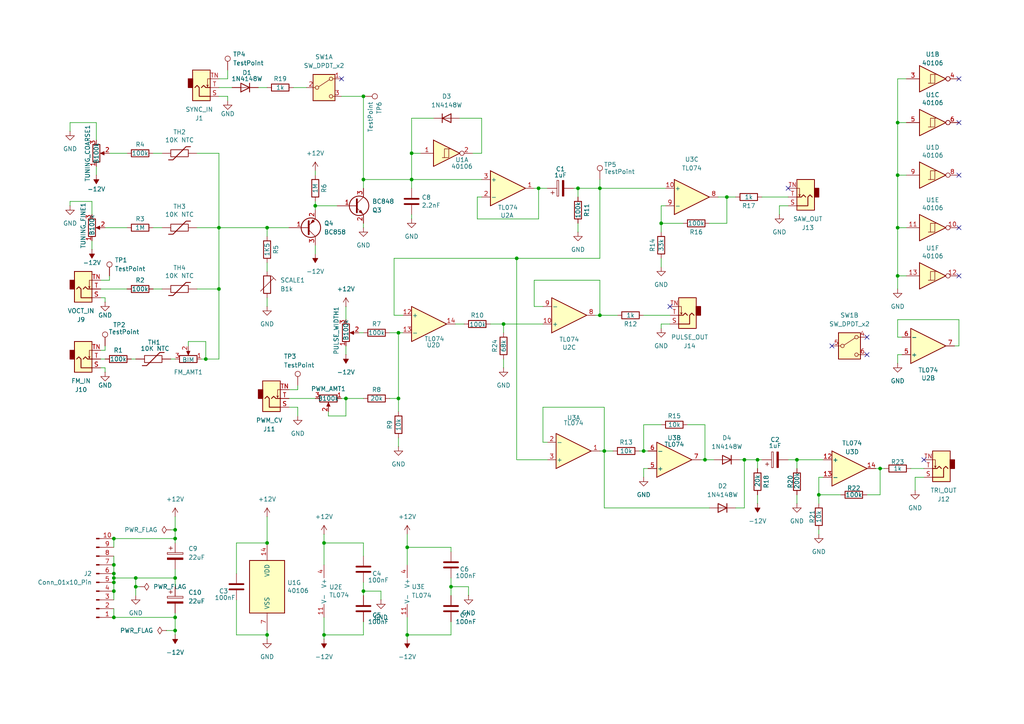
<source format=kicad_sch>
(kicad_sch (version 20231120) (generator "eeschema") (generator_version "8.0")
  (paper "A4")
  (title_block (title "MiniOSC") (rev "2.0") (company "benjiaomodular"))
  (junction (at 50.8 179.07))
  (junction (at 260.35 50.8))
  (junction (at 33.02 179.07))
  (junction (at 237.49 143.51))
  (junction (at 39.37 170.18))
  (junction (at 77.47 66.04))
  (junction (at 50.8 182.88))
  (junction (at 50.8 167.64))
  (junction (at 105.41 171.45))
  (junction (at 59.69 104.14))
  (junction (at 105.41 27.94))
  (junction (at 115.57 96.52))
  (junction (at 33.02 156.21))
  (junction (at 100.33 115.57))
  (junction (at 119.38 44.45))
  (junction (at 33.02 171.45))
  (junction (at 260.35 80.01))
  (junction (at 39.37 167.64))
  (junction (at 210.82 57.15))
  (junction (at 63.5 83.82))
  (junction (at 260.35 66.04))
  (junction (at 186.69 130.81))
  (junction (at 33.02 168.91))
  (junction (at 130.81 170.18))
  (junction (at 63.5 66.04))
  (junction (at 146.05 93.98))
  (junction (at 118.11 158.75))
  (junction (at 149.86 74.93))
  (junction (at 93.98 157.48))
  (junction (at 105.41 52.07))
  (junction (at 156.21 54.61))
  (junction (at 91.44 59.69))
  (junction (at 255.27 135.89))
  (junction (at 50.8 153.67))
  (junction (at 173.99 91.44))
  (junction (at 33.02 167.64))
  (junction (at 33.02 163.83))
  (junction (at 93.98 184.15))
  (junction (at 173.99 54.61))
  (junction (at 118.11 184.15))
  (junction (at 77.47 157.48))
  (junction (at 191.77 64.77))
  (junction (at 167.64 54.61))
  (junction (at 215.9 133.35))
  (junction (at 175.26 130.81))
  (junction (at 204.47 133.35))
  (junction (at 33.02 166.37))
  (junction (at 219.71 133.35))
  (junction (at 260.35 35.56))
  (junction (at 50.8 156.21))
  (junction (at 77.47 184.15))
  (junction (at 115.57 115.57))
  (junction (at 231.14 133.35))
  (junction (at 119.38 52.07))
  (no_connect (at 241.3 100.33))
  (no_connect (at 278.13 35.56))
  (no_connect (at 251.46 102.87))
  (no_connect (at 194.31 88.9))
  (no_connect (at 278.13 50.8))
  (no_connect (at 278.13 66.04))
  (no_connect (at 251.46 97.79))
  (no_connect (at 228.6 54.61))
  (no_connect (at 278.13 80.01))
  (no_connect (at 99.06 22.86))
  (no_connect (at 267.97 133.35))
  (no_connect (at 278.13 22.86))
  (wire (pts (xy 173.99 52.07) (xy 173.99 54.61)))
  (wire (pts (xy 20.32 58.42) (xy 20.32 59.69)))
  (wire (pts (xy 119.38 34.29) (xy 125.73 34.29)))
  (wire (pts (xy 260.35 66.04) (xy 262.89 66.04)))
  (wire (pts (xy 77.47 68.58) (xy 77.47 66.04)))
  (wire (pts (xy 255.27 135.89) (xy 255.27 143.51)))
  (wire (pts (xy 231.14 133.35) (xy 238.76 133.35)))
  (wire (pts (xy 146.05 93.98) (xy 157.48 93.98)))
  (wire (pts (xy 237.49 153.67) (xy 237.49 154.94)))
  (wire (pts (xy 260.35 50.8) (xy 260.35 66.04)))
  (wire (pts (xy 115.57 127) (xy 115.57 129.54)))
  (wire (pts (xy 119.38 44.45) (xy 121.92 44.45)))
  (wire (pts (xy 186.69 130.81) (xy 187.96 130.81)))
  (wire (pts (xy 38.1 104.14) (xy 39.37 104.14)))
  (wire (pts (xy 118.11 184.15) (xy 130.81 184.15)))
  (wire (pts (xy 93.98 179.07) (xy 93.98 184.15)))
  (wire (pts (xy 260.35 35.56) (xy 262.89 35.56)))
  (wire (pts (xy 68.58 157.48) (xy 68.58 166.37)))
  (wire (pts (xy 237.49 138.43) (xy 237.49 143.51)))
  (wire (pts (xy 105.41 180.34) (xy 105.41 184.15)))
  (wire (pts (xy 95.25 119.38) (xy 95.25 120.65)))
  (wire (pts (xy 30.48 101.6) (xy 30.48 100.33)))
  (wire (pts (xy 205.74 147.32) (xy 175.26 147.32)))
  (wire (pts (xy 66.04 20.32) (xy 66.04 22.86)))
  (wire (pts (xy 105.41 64.77) (xy 105.41 66.04)))
  (wire (pts (xy 68.58 184.15) (xy 77.47 184.15)))
  (wire (pts (xy 255.27 135.89) (xy 256.54 135.89)))
  (wire (pts (xy 50.8 182.88) (xy 50.8 184.15)))
  (wire (pts (xy 50.8 156.21) (xy 50.8 157.48)))
  (wire (pts (xy 219.71 133.35) (xy 219.71 135.89)))
  (wire (pts (xy 173.99 54.61) (xy 173.99 74.93)))
  (wire (pts (xy 30.48 106.68) (xy 30.48 107.95)))
  (wire (pts (xy 191.77 93.98) (xy 191.77 95.25)))
  (wire (pts (xy 63.5 44.45) (xy 63.5 66.04)))
  (wire (pts (xy 115.57 96.52) (xy 116.84 96.52)))
  (wire (pts (xy 33.02 167.64) (xy 33.02 168.91)))
  (wire (pts (xy 115.57 115.57) (xy 115.57 119.38)))
  (wire (pts (xy 33.02 158.75) (xy 33.02 156.21)))
  (wire (pts (xy 210.82 57.15) (xy 210.82 64.77)))
  (wire (pts (xy 173.99 130.81) (xy 175.26 130.81)))
  (wire (pts (xy 83.82 113.03) (xy 86.36 113.03)))
  (wire (pts (xy 57.15 44.45) (xy 63.5 44.45)))
  (wire (pts (xy 146.05 93.98) (xy 146.05 96.52)))
  (wire (pts (xy 31.75 81.28) (xy 29.21 81.28)))
  (wire (pts (xy 39.37 170.18) (xy 39.37 172.72)))
  (wire (pts (xy 39.37 167.64) (xy 39.37 170.18)))
  (wire (pts (xy 255.27 135.89) (xy 254 135.89)))
  (wire (pts (xy 50.8 149.86) (xy 50.8 153.67)))
  (wire (pts (xy 267.97 138.43) (xy 265.43 138.43)))
  (wire (pts (xy 255.27 143.51) (xy 251.46 143.51)))
  (wire (pts (xy 91.44 71.12) (xy 91.44 73.66)))
  (wire (pts (xy 146.05 104.14) (xy 146.05 106.68)))
  (wire (pts (xy 130.81 170.18) (xy 135.89 170.18)))
  (wire (pts (xy 172.72 91.44) (xy 173.99 91.44)))
  (wire (pts (xy 91.44 50.8) (xy 91.44 49.53)))
  (wire (pts (xy 57.15 83.82) (xy 63.5 83.82)))
  (wire (pts (xy 265.43 138.43) (xy 265.43 142.24)))
  (wire (pts (xy 194.31 93.98) (xy 191.77 93.98)))
  (wire (pts (xy 186.69 123.19) (xy 186.69 130.81)))
  (wire (pts (xy 191.77 74.93) (xy 191.77 77.47)))
  (wire (pts (xy 30.48 66.04) (xy 36.83 66.04)))
  (wire (pts (xy 130.81 167.64) (xy 130.81 170.18)))
  (wire (pts (xy 91.44 58.42) (xy 91.44 59.69)))
  (wire (pts (xy 33.02 179.07) (xy 33.02 176.53)))
  (wire (pts (xy 63.5 66.04) (xy 63.5 83.82)))
  (wire (pts (xy 175.26 130.81) (xy 177.8 130.81)))
  (wire (pts (xy 54.61 99.06) (xy 59.69 99.06)))
  (wire (pts (xy 166.37 54.61) (xy 167.64 54.61)))
  (wire (pts (xy 214.63 133.35) (xy 215.9 133.35)))
  (wire (pts (xy 63.5 25.4) (xy 67.31 25.4)))
  (wire (pts (xy 114.3 74.93) (xy 114.3 91.44)))
  (wire (pts (xy 33.02 156.21) (xy 50.8 156.21)))
  (wire (pts (xy 66.04 27.94) (xy 66.04 29.21)))
  (wire (pts (xy 105.41 52.07) (xy 105.41 54.61)))
  (wire (pts (xy 66.04 22.86) (xy 63.5 22.86)))
  (wire (pts (xy 68.58 157.48) (xy 77.47 157.48)))
  (wire (pts (xy 193.04 59.69) (xy 191.77 59.69)))
  (wire (pts (xy 59.69 104.14) (xy 58.42 104.14)))
  (wire (pts (xy 119.38 52.07) (xy 139.7 52.07)))
  (wire (pts (xy 50.8 165.1) (xy 50.8 167.64)))
  (wire (pts (xy 260.35 22.86) (xy 260.35 35.56)))
  (wire (pts (xy 156.21 54.61) (xy 154.94 54.61)))
  (wire (pts (xy 83.82 115.57) (xy 91.44 115.57)))
  (wire (pts (xy 186.69 135.89) (xy 186.69 138.43)))
  (wire (pts (xy 105.41 171.45) (xy 110.49 171.45)))
  (wire (pts (xy 260.35 102.87) (xy 261.62 102.87)))
  (wire (pts (xy 77.47 182.88) (xy 77.47 184.15)))
  (wire (pts (xy 173.99 81.28) (xy 173.99 91.44)))
  (wire (pts (xy 167.64 54.61) (xy 167.64 57.15)))
  (wire (pts (xy 154.94 88.9) (xy 154.94 81.28)))
  (wire (pts (xy 100.33 115.57) (xy 100.33 120.65)))
  (wire (pts (xy 77.47 149.86) (xy 77.47 157.48)))
  (wire (pts (xy 191.77 64.77) (xy 198.12 64.77)))
  (wire (pts (xy 86.36 111.76) (xy 86.36 113.03)))
  (wire (pts (xy 204.47 123.19) (xy 199.39 123.19)))
  (wire (pts (xy 119.38 44.45) (xy 119.38 34.29)))
  (wire (pts (xy 278.13 92.71) (xy 260.35 92.71)))
  (wire (pts (xy 39.37 167.64) (xy 50.8 167.64)))
  (wire (pts (xy 118.11 184.15) (xy 118.11 185.42)))
  (wire (pts (xy 228.6 59.69) (xy 226.06 59.69)))
  (wire (pts (xy 33.02 161.29) (xy 33.02 163.83)))
  (wire (pts (xy 119.38 52.07) (xy 119.38 54.61)))
  (wire (pts (xy 105.41 161.29) (xy 105.41 157.48)))
  (wire (pts (xy 142.24 93.98) (xy 146.05 93.98)))
  (wire (pts (xy 149.86 133.35) (xy 158.75 133.35)))
  (wire (pts (xy 118.11 158.75) (xy 118.11 163.83)))
  (wire (pts (xy 157.48 128.27) (xy 158.75 128.27)))
  (wire (pts (xy 208.28 57.15) (xy 210.82 57.15)))
  (wire (pts (xy 210.82 57.15) (xy 213.36 57.15)))
  (wire (pts (xy 119.38 52.07) (xy 105.41 52.07)))
  (wire (pts (xy 26.67 69.85) (xy 26.67 72.39)))
  (wire (pts (xy 91.44 59.69) (xy 97.79 59.69)))
  (wire (pts (xy 264.16 135.89) (xy 267.97 135.89)))
  (wire (pts (xy 215.9 133.35) (xy 215.9 147.32)))
  (wire (pts (xy 167.64 54.61) (xy 173.99 54.61)))
  (wire (pts (xy 175.26 130.81) (xy 175.26 118.11)))
  (wire (pts (xy 220.98 57.15) (xy 228.6 57.15)))
  (wire (pts (xy 93.98 184.15) (xy 93.98 185.42)))
  (wire (pts (xy 63.5 83.82) (xy 63.5 104.14)))
  (wire (pts (xy 135.89 170.18) (xy 135.89 172.72)))
  (wire (pts (xy 204.47 133.35) (xy 203.2 133.35)))
  (wire (pts (xy 105.41 157.48) (xy 93.98 157.48)))
  (wire (pts (xy 50.8 167.64) (xy 50.8 170.18)))
  (wire (pts (xy 132.08 93.98) (xy 134.62 93.98)))
  (wire (pts (xy 93.98 157.48) (xy 93.98 163.83)))
  (wire (pts (xy 105.41 27.94) (xy 105.41 52.07)))
  (wire (pts (xy 20.32 35.56) (xy 27.94 35.56)))
  (wire (pts (xy 173.99 91.44) (xy 179.07 91.44)))
  (wire (pts (xy 118.11 154.94) (xy 118.11 158.75)))
  (wire (pts (xy 44.45 83.82) (xy 46.99 83.82)))
  (wire (pts (xy 154.94 88.9) (xy 157.48 88.9)))
  (wire (pts (xy 63.5 27.94) (xy 66.04 27.94)))
  (wire (pts (xy 77.47 184.15) (xy 77.47 185.42)))
  (wire (pts (xy 237.49 143.51) (xy 237.49 146.05)))
  (wire (pts (xy 118.11 158.75) (xy 130.81 158.75)))
  (wire (pts (xy 139.7 44.45) (xy 137.16 44.45)))
  (wire (pts (xy 100.33 120.65) (xy 95.25 120.65)))
  (wire (pts (xy 157.48 118.11) (xy 157.48 128.27)))
  (wire (pts (xy 86.36 118.11) (xy 86.36 120.65)))
  (wire (pts (xy 91.44 59.69) (xy 91.44 60.96)))
  (wire (pts (xy 205.74 64.77) (xy 210.82 64.77)))
  (wire (pts (xy 85.09 25.4) (xy 88.9 25.4)))
  (wire (pts (xy 57.15 66.04) (xy 63.5 66.04)))
  (wire (pts (xy 119.38 62.23) (xy 119.38 63.5)))
  (wire (pts (xy 77.47 66.04) (xy 83.82 66.04)))
  (wire (pts (xy 154.94 81.28) (xy 173.99 81.28)))
  (wire (pts (xy 113.03 115.57) (xy 115.57 115.57)))
  (wire (pts (xy 50.8 177.8) (xy 50.8 179.07)))
  (wire (pts (xy 27.94 48.26) (xy 27.94 50.8)))
  (wire (pts (xy 27.94 35.56) (xy 27.94 40.64)))
  (wire (pts (xy 99.06 115.57) (xy 100.33 115.57)))
  (wire (pts (xy 63.5 66.04) (xy 77.47 66.04)))
  (wire (pts (xy 204.47 123.19) (xy 204.47 133.35)))
  (wire (pts (xy 115.57 96.52) (xy 115.57 115.57)))
  (wire (pts (xy 26.67 58.42) (xy 20.32 58.42)))
  (wire (pts (xy 260.35 80.01) (xy 262.89 80.01)))
  (wire (pts (xy 100.33 88.9) (xy 100.33 92.71)))
  (wire (pts (xy 173.99 54.61) (xy 193.04 54.61)))
  (wire (pts (xy 29.21 104.14) (xy 30.48 104.14)))
  (wire (pts (xy 77.47 76.2) (xy 77.47 78.74)))
  (wire (pts (xy 276.86 100.33) (xy 278.13 100.33)))
  (wire (pts (xy 29.21 83.82) (xy 36.83 83.82)))
  (wire (pts (xy 31.75 80.01) (xy 31.75 81.28)))
  (wire (pts (xy 260.35 97.79) (xy 261.62 97.79)))
  (wire (pts (xy 20.32 35.56) (xy 20.32 38.1)))
  (wire (pts (xy 77.47 86.36) (xy 77.47 88.9)))
  (wire (pts (xy 185.42 130.81) (xy 186.69 130.81)))
  (wire (pts (xy 175.26 118.11) (xy 157.48 118.11)))
  (wire (pts (xy 130.81 158.75) (xy 130.81 160.02)))
  (wire (pts (xy 29.21 101.6) (xy 30.48 101.6)))
  (wire (pts (xy 105.41 168.91) (xy 105.41 171.45)))
  (wire (pts (xy 237.49 143.51) (xy 243.84 143.51)))
  (wire (pts (xy 68.58 173.99) (xy 68.58 184.15)))
  (wire (pts (xy 138.43 57.15) (xy 138.43 63.5)))
  (wire (pts (xy 30.48 86.36) (xy 30.48 87.63)))
  (wire (pts (xy 74.93 25.4) (xy 77.47 25.4)))
  (wire (pts (xy 113.03 96.52) (xy 115.57 96.52)))
  (wire (pts (xy 130.81 170.18) (xy 130.81 172.72)))
  (wire (pts (xy 50.8 153.67) (xy 50.8 156.21)))
  (wire (pts (xy 149.86 74.93) (xy 173.99 74.93)))
  (wire (pts (xy 33.02 166.37) (xy 33.02 167.64)))
  (wire (pts (xy 213.36 147.32) (xy 215.9 147.32)))
  (wire (pts (xy 48.26 182.88) (xy 50.8 182.88)))
  (wire (pts (xy 26.67 62.23) (xy 26.67 58.42)))
  (wire (pts (xy 191.77 64.77) (xy 191.77 67.31)))
  (wire (pts (xy 54.61 100.33) (xy 54.61 99.06)))
  (wire (pts (xy 278.13 100.33) (xy 278.13 92.71)))
  (wire (pts (xy 105.41 96.52) (xy 104.14 96.52)))
  (wire (pts (xy 187.96 135.89) (xy 186.69 135.89)))
  (wire (pts (xy 260.35 22.86) (xy 262.89 22.86)))
  (wire (pts (xy 114.3 91.44) (xy 116.84 91.44)))
  (wire (pts (xy 33.02 179.07) (xy 50.8 179.07)))
  (wire (pts (xy 63.5 104.14) (xy 59.69 104.14)))
  (wire (pts (xy 260.35 92.71) (xy 260.35 97.79)))
  (wire (pts (xy 186.69 91.44) (xy 194.31 91.44)))
  (wire (pts (xy 59.69 99.06) (xy 59.69 104.14)))
  (wire (pts (xy 260.35 66.04) (xy 260.35 80.01)))
  (wire (pts (xy 33.02 171.45) (xy 33.02 173.99)))
  (wire (pts (xy 133.35 34.29) (xy 139.7 34.29)))
  (wire (pts (xy 139.7 34.29) (xy 139.7 44.45)))
  (wire (pts (xy 149.86 74.93) (xy 149.86 133.35)))
  (wire (pts (xy 139.7 57.15) (xy 138.43 57.15)))
  (wire (pts (xy 83.82 118.11) (xy 86.36 118.11)))
  (wire (pts (xy 33.02 163.83) (xy 33.02 166.37)))
  (wire (pts (xy 110.49 171.45) (xy 110.49 173.99)))
  (wire (pts (xy 100.33 115.57) (xy 105.41 115.57)))
  (wire (pts (xy 118.11 179.07) (xy 118.11 184.15)))
  (wire (pts (xy 100.33 100.33) (xy 100.33 102.87)))
  (wire (pts (xy 29.21 106.68) (xy 30.48 106.68)))
  (wire (pts (xy 228.6 133.35) (xy 231.14 133.35)))
  (wire (pts (xy 44.45 66.04) (xy 46.99 66.04)))
  (wire (pts (xy 93.98 184.15) (xy 105.41 184.15)))
  (wire (pts (xy 99.06 27.94) (xy 105.41 27.94)))
  (wire (pts (xy 204.47 133.35) (xy 207.01 133.35)))
  (wire (pts (xy 50.8 179.07) (xy 50.8 182.88)))
  (wire (pts (xy 49.53 153.67) (xy 50.8 153.67)))
  (wire (pts (xy 29.21 86.36) (xy 30.48 86.36)))
  (wire (pts (xy 119.38 52.07) (xy 119.38 44.45)))
  (wire (pts (xy 260.35 50.8) (xy 262.89 50.8)))
  (wire (pts (xy 260.35 83.82) (xy 260.35 80.01)))
  (wire (pts (xy 156.21 54.61) (xy 158.75 54.61)))
  (wire (pts (xy 167.64 64.77) (xy 167.64 67.31)))
  (wire (pts (xy 44.45 44.45) (xy 46.99 44.45)))
  (wire (pts (xy 175.26 130.81) (xy 175.26 147.32)))
  (wire (pts (xy 93.98 154.94) (xy 93.98 157.48)))
  (wire (pts (xy 156.21 63.5) (xy 156.21 54.61)))
  (wire (pts (xy 237.49 138.43) (xy 238.76 138.43)))
  (wire (pts (xy 33.02 167.64) (xy 39.37 167.64)))
  (wire (pts (xy 138.43 63.5) (xy 156.21 63.5)))
  (wire (pts (xy 49.53 104.14) (xy 50.8 104.14)))
  (wire (pts (xy 219.71 143.51) (xy 219.71 146.05)))
  (wire (pts (xy 215.9 133.35) (xy 219.71 133.35)))
  (wire (pts (xy 226.06 59.69) (xy 226.06 62.23)))
  (wire (pts (xy 191.77 123.19) (xy 186.69 123.19)))
  (wire (pts (xy 219.71 133.35) (xy 220.98 133.35)))
  (wire (pts (xy 31.75 44.45) (xy 36.83 44.45)))
  (wire (pts (xy 260.35 35.56) (xy 260.35 50.8)))
  (wire (pts (xy 33.02 168.91) (xy 33.02 171.45)))
  (wire (pts (xy 260.35 102.87) (xy 260.35 105.41)))
  (wire (pts (xy 231.14 143.51) (xy 231.14 146.05)))
  (wire (pts (xy 231.14 133.35) (xy 231.14 135.89)))
  (wire (pts (xy 114.3 74.93) (xy 149.86 74.93)))
  (wire (pts (xy 130.81 180.34) (xy 130.81 184.15)))
  (wire (pts (xy 191.77 59.69) (xy 191.77 64.77)))
  (wire (pts (xy 39.37 170.18) (xy 40.64 170.18)))
  (wire (pts (xy 105.41 171.45) (xy 105.41 172.72)))
  (symbol (lib_id "Device:R") (at 40.64 44.45 270) (unit 1)
    (property "Reference" "R4" (at 40.64 41.91 90))
    (property "Value" "100k" (at 40.64 44.45 90))
    (property "Footprint" "Resistor_SMD:R_0603_1608Metric_Pad0.98x0.95mm_HandSolder" (effects (hide yes)))
    (property "URL" "https://mou.sr/4el3qXS" (effects (hide yes)))
  )
  (symbol (lib_id "Device:R") (at 40.64 66.04 270) (unit 1)
    (property "Reference" "R3" (at 40.64 63.5 90))
    (property "Value" "1M" (at 40.64 66.04 90))
    (property "Footprint" "Resistor_SMD:R_0603_1608Metric_Pad0.98x0.95mm_HandSolder" (effects (hide yes)))
    (property "URL" "https://mou.sr/3Znalvs" (effects (hide yes)))
  )
  (symbol (lib_id "Device:R") (at 40.64 83.82 270) (unit 1)
    (property "Reference" "R2" (at 40.64 81.28 90))
    (property "Value" "100k" (at 40.64 83.82 90))
    (property "Footprint" "Resistor_SMD:R_0603_1608Metric_Pad0.98x0.95mm_HandSolder" (effects (hide yes)))
    (property "URL" "https://mou.sr/4el3qXS" (effects (hide yes)))
  )
  (symbol (lib_id "Device:R") (at 34.29 104.14 270) (unit 1)
    (property "Reference" "R1" (at 34.29 101.6 90))
    (property "Value" "100k" (at 34.29 104.14 90))
    (property "Footprint" "Resistor_SMD:R_0603_1608Metric_Pad0.98x0.95mm_HandSolder" (effects (hide yes)))
    (property "URL" "https://mou.sr/4el3qXS" (effects (hide yes)))
  )
  (symbol (lib_id "Device:Thermistor") (at 44.45 104.14 270) (unit 1)
    (property "Reference" "TH1" (at 44.704 99.314 90))
    (property "Value" "10K NTC" (at 44.958 101.092 90))
    (property "Footprint" "Resistor_SMD:R_0805_2012Metric_Pad1.20x1.40mm_HandSolder" (effects (hide yes)))
    (property "URL" "https://mou.sr/4el3hDO" (effects (hide yes)))
  )
  (symbol (lib_id "Device:Thermistor") (at 52.07 83.82 270) (unit 1)
    (property "Reference" "TH4" (at 52.07 77.6732 90))
    (property "Value" "10K NTC" (at 52.07 79.9846 90))
    (property "Footprint" "Resistor_SMD:R_0805_2012Metric_Pad1.20x1.40mm_HandSolder" (effects (hide yes)))
    (property "URL" "https://mou.sr/4el3hDO" (effects (hide yes)))
  )
  (symbol (lib_id "Device:Thermistor") (at 52.07 66.04 270) (unit 1)
    (property "Reference" "TH3" (at 52.07 59.8932 90))
    (property "Value" "10K NTC" (at 52.07 62.2046 90))
    (property "Footprint" "Resistor_SMD:R_0805_2012Metric_Pad1.20x1.40mm_HandSolder" (effects (hide yes)))
    (property "URL" "https://mou.sr/4el3hDO" (effects (hide yes)))
  )
  (symbol (lib_id "Device:Thermistor") (at 52.07 44.45 270) (unit 1)
    (property "Reference" "TH2" (at 52.07 38.3032 90))
    (property "Value" "10K NTC" (at 52.07 40.6146 90))
    (property "Footprint" "Resistor_SMD:R_0805_2012Metric_Pad1.20x1.40mm_HandSolder" (effects (hide yes)))
    (property "URL" "https://mou.sr/4el3hDO" (effects (hide yes)))
  )
  (symbol (lib_id "Device:R") (at 77.47 72.39 180) (unit 1)
    (property "Reference" "R5" (at 80.01 72.39 90))
    (property "Value" "1K5" (at 77.47 72.39 90))
    (property "Footprint" "Resistor_SMD:R_0603_1608Metric_Pad0.98x0.95mm_HandSolder" (effects (hide yes)))
    (property "URL" "https://mou.sr/3zoxpz1" (effects (hide yes)))
  )
  (symbol (lib_id "Device:R") (at 91.44 54.61 180) (unit 1)
    (property "Reference" "R6" (at 93.98 54.61 90))
    (property "Value" "1M" (at 91.44 54.61 90))
    (property "Footprint" "Resistor_SMD:R_0603_1608Metric_Pad0.98x0.95mm_HandSolder" (effects (hide yes)))
    (property "URL" "https://mou.sr/3Znalvs" (effects (hide yes)))
  )
  (symbol (lib_id "4xxx:40106") (at 129.54 44.45 0) (unit 1)
    (property "Reference" "U1" (at 133.985 46.355 0))
    (property "Value" "40106" (at 133.985 48.26 0))
    (property "Footprint" "Package_SO:SOIC-14_3.9x8.7mm_P1.27mm" (effects (hide yes)))
    (property "Datasheet" "https://assets.nexperia.com/documents/data-sheet/HEF40106B.pdf" (effects (hide yes)))
    (property "URL" "https://mou.sr/47m5xIo" (effects (hide yes)))
  )
  (symbol (lib_id "Device:C") (at 119.38 58.42 0) (unit 1)
    (property "Reference" "C8" (at 122.301 57.2516 0) (effects (justify left)))
    (property "Value" "2.2nF" (at 122.301 59.563 0) (effects (justify left)))
    (property "Footprint" "Capacitor_SMD:C_0603_1608Metric_Pad1.08x0.95mm_HandSolder" (effects (hide yes)))
    (property "URL" "https://mou.sr/3zee3wG" (effects (hide yes)))
  )
  (symbol (lib_id "Amplifier_Operational:TL074") (at 147.32 54.61 0) (unit 1)
    (property "Reference" "U2" (at 147.066 62.484 0))
    (property "Value" "TL074" (at 147.32 60.198 0))
    (property "Footprint" "Package_SO:SOIC-14_3.9x8.7mm_P1.27mm" (effects (hide yes)))
    (property "Datasheet" "https://assets.nexperia.com/documents/data-sheet/HEF40106B.pdf" (effects (hide yes)))
    (property "URL" "https://mou.sr/3z6QVAe" (effects (hide yes)))
  )
  (symbol (lib_id "Amplifier_Operational:TL074") (at 269.24 100.33 0) (mirror x) (unit 2)
    (property "Reference" "U2" (at 269.24 109.6518 0))
    (property "Value" "TL074" (at 269.24 107.3404 0))
    (property "Footprint" "Package_SO:SOIC-14_3.9x8.7mm_P1.27mm" (effects (hide yes)))
    (property "Datasheet" "https://assets.nexperia.com/documents/data-sheet/HEF40106B.pdf" (effects (hide yes)))
    (property "URL" "https://mou.sr/3z6QVAe" (effects (hide yes)))
  )
  (symbol (lib_id "Amplifier_Operational:TL074") (at 165.1 91.44 0) (mirror x) (unit 3)
    (property "Reference" "U2" (at 165.1 100.7618 0))
    (property "Value" "TL074" (at 165.1 98.4504 0))
    (property "Footprint" "Package_SO:SOIC-14_3.9x8.7mm_P1.27mm" (effects (hide yes)))
    (property "Datasheet" "https://assets.nexperia.com/documents/data-sheet/HEF40106B.pdf" (effects (hide yes)))
    (property "URL" "https://mou.sr/3z6QVAe" (effects (hide yes)))
  )
  (symbol (lib_id "Device:R") (at 167.64 60.96 180) (unit 1)
    (property "Reference" "R11" (at 170.18 60.96 90))
    (property "Value" "100k" (at 167.64 60.96 90))
    (property "Footprint" "Resistor_SMD:R_0603_1608Metric_Pad0.98x0.95mm_HandSolder" (effects (hide yes)))
    (property "URL" "https://mou.sr/4el3qXS" (effects (hide yes)))
  )
  (symbol (lib_id "Device:R") (at 201.93 64.77 90) (unit 1)
    (property "Reference" "R16" (at 201.93 67.31 90))
    (property "Value" "100k" (at 201.93 64.77 90))
    (property "Footprint" "Resistor_SMD:R_0603_1608Metric_Pad0.98x0.95mm_HandSolder" (effects (hide yes)))
    (property "URL" "https://mou.sr/4el3qXS" (effects (hide yes)))
  )
  (symbol (lib_id "Device:R") (at 191.77 71.12 0) (unit 1)
    (property "Reference" "R14" (at 189.23 71.12 90))
    (property "Value" "33k" (at 191.77 71.12 90))
    (property "Footprint" "Resistor_SMD:R_0603_1608Metric_Pad0.98x0.95mm_HandSolder" (effects (hide yes)))
    (property "URL" "https://mou.sr/4ebt4y6" (effects (hide yes)))
  )
  (symbol (lib_id "Device:R") (at 217.17 57.15 90) (unit 1)
    (property "Reference" "R17" (at 217.17 59.69 90))
    (property "Value" "1k" (at 217.17 57.15 90))
    (property "Footprint" "Resistor_SMD:R_0603_1608Metric_Pad0.98x0.95mm_HandSolder" (effects (hide yes)))
    (property "URL" "https://mou.sr/3MKtPCB" (effects (hide yes)))
  )
  (symbol (lib_id "Device:R") (at 138.43 93.98 270) (unit 1)
    (property "Reference" "R10" (at 138.43 91.44 90))
    (property "Value" "100k" (at 138.557 94.107 90))
    (property "Footprint" "Resistor_SMD:R_0603_1608Metric_Pad0.98x0.95mm_HandSolder" (effects (hide yes)))
    (property "URL" "https://mou.sr/4el3qXS" (effects (hide yes)))
  )
  (symbol (lib_id "Device:R") (at 182.88 91.44 90) (unit 1)
    (property "Reference" "R12" (at 182.88 93.98 90))
    (property "Value" "1k" (at 182.88 91.44 90))
    (property "Footprint" "Resistor_SMD:R_0603_1608Metric_Pad0.98x0.95mm_HandSolder" (effects (hide yes)))
    (property "URL" "https://mou.sr/3MKtPCB" (effects (hide yes)))
  )
  (symbol (lib_id "Device:C_Polarized") (at 50.8 161.29 0) (unit 1)
    (property "Reference" "C9" (at 54.61 159.1309 0) (effects (justify left)))
    (property "Value" "22uF" (at 54.61 161.6709 0) (effects (justify left)))
    (property "Footprint" "Capacitor_SMD:CP_Elec_6.3x4.5" (effects (hide yes)))
    (property "Description" "Polarized capacitor" (effects (hide yes)))
    (property "URL" "https://mou.sr/4ekMqRc" (effects (hide yes)))
  )
  (symbol (lib_id "power:GND") (at 191.77 95.25 0) (unit 1)
    (property "Reference" "#PWR033" (effects (hide yes)))
    (property "Value" "GND" (at 191.77 100.33 0))
    (property "Description" "Power symbol creates a global label with name \"GND\" , ground" (effects (hide yes)))
  )
  (symbol (lib_id "Diode:1N4148W") (at 209.55 147.32 180) (unit 1)
    (property "Reference" "D2" (at 209.55 140.97 0))
    (property "Value" "1N4148W" (at 209.55 143.51 0))
    (property "Footprint" "Diode_SMD:D_SOD-123" (effects (hide yes)))
    (property "Datasheet" "https://www.vishay.com/docs/85748/1n4148w.pdf" (effects (hide yes)))
    (property "Description" "75V 0.15A Fast Switching Diode, SOD-123" (effects (hide yes)))
    (property "Sim.Device" "D" (effects (hide yes)))
    (property "Sim.Pins" "1=K 2=A" (effects (hide yes)))
    (property "URL" "https://mou.sr/3XEhTbD" (effects (hide yes)))
  )
  (symbol (lib_id "Connector:TestPoint") (at 30.48 100.33 0) (unit 1)
    (property "Reference" "TP2" (at 32.766 94.234 0) (effects (justify left)))
    (property "Value" "TestPoint" (at 31.496 96.266 0) (effects (justify left)))
    (property "Footprint" "Connector_Wire:SolderWirePad_1x01_SMD_1x2mm" (effects (hide yes)))
    (property "Description" "test point" (effects (hide yes)))
  )
  (symbol (lib_name "+12V_1") (lib_id "power:+12V") (at 50.8 149.86 0) (unit 1)
    (property "Reference" "#PWR020" (effects (hide yes)))
    (property "Value" "+12V" (at 50.8 144.78 0))
    (property "Description" "Power symbol creates a global label with name \"+12V\"" (effects (hide yes)))
  )
  (symbol (lib_id "4xxx:40106") (at 270.51 22.86 0) (unit 2)
    (property "Reference" "U1" (at 270.51 15.748 0))
    (property "Value" "40106" (at 270.51 18.288 0))
    (property "Footprint" "Package_SO:SOIC-14_3.9x8.7mm_P1.27mm" (effects (hide yes)))
    (property "Datasheet" "https://assets.nexperia.com/documents/data-sheet/HEF40106B.pdf" (effects (hide yes)))
    (property "URL" "https://mou.sr/47m5xIo" (effects (hide yes)))
  )
  (symbol (lib_id "Device:R") (at 146.05 100.33 0) (unit 1)
    (property "Reference" "R24" (at 143.51 100.33 90))
    (property "Value" "68k" (at 146.05 100.33 90))
    (property "Footprint" "Resistor_SMD:R_0603_1608Metric_Pad0.98x0.95mm_HandSolder" (effects (hide yes)))
    (property "URL" "https://mou.sr/3ToI2ZD" (effects (hide yes)))
  )
  (symbol (lib_id "benjiaomodular:PJ3001F") (at 199.39 91.44 180) (unit 1)
    (property "Reference" "J14" (at 200.025 100.33 0))
    (property "Value" "PULSE_OUT" (at 200.025 97.79 0))
    (property "Footprint" "benjiaomodular:AudioJack_3.5mm" (effects (hide yes)))
    (property "Description" "Audio Jack, 2 Poles (Mono / TS), Switched T Pole (Normalling)" (effects (hide yes)))
    (property "URL" "https://www.taydaelectronics.com/pj-3001f-3-5-mm-mono-phone-jack.html" (effects (hide yes)))
  )
  (symbol (lib_id "Device:R_Potentiometer") (at 100.33 96.52 0) (mirror x) (unit 1)
    (property "Reference" "PULSE_WIDTH1" (at 97.536 102.87 90) (effects (justify right)))
    (property "Value" "B100k" (at 100.33 98.806 90) (effects (justify right)))
    (property "Footprint" "benjiaomodular:Potentiometer_RV09" (effects (hide yes)))
    (property "Description" "Potentiometer" (effects (hide yes)))
    (property "URL" "https://www.taydaelectronics.com/tayda-100k-ohm-linear-taper-potentiometer-round-shaft-pcb-9mm-6-35-mm.html" (effects (hide yes)))
  )
  (symbol (lib_id "Device:C") (at 130.81 163.83 0) (unit 1)
    (property "Reference" "C6" (at 133.35 165.1 0) (effects (justify left)))
    (property "Value" "100nF" (at 132.08 167.005 0) (effects (justify left)))
    (property "Footprint" "Capacitor_SMD:C_0805_2012Metric_Pad1.18x1.45mm_HandSolder" (effects (hide yes)))
    (property "URL" "https://mou.sr/4ekMsbM" (effects (hide yes)))
  )
  (symbol (lib_name "PWR_FLAG_1") (lib_id "power:PWR_FLAG") (at 40.64 170.18 270) (unit 1)
    (property "Reference" "#FLG02" (effects (hide yes)))
    (property "Value" "PWR_FLAG" (at 44.45 170.1799 90) (effects (justify left)))
    (property "Description" "Special symbol for telling ERC where power comes from" (effects (hide yes)))
  )
  (symbol (lib_id "Switch:SW_DPDT_x2") (at 246.38 100.33 0) (unit 2)
    (property "Reference" "SW1" (at 246.38 91.44 0))
    (property "Value" "SW_DPDT_x2" (at 246.38 93.98 0))
    (property "Footprint" "benjiaomodular:Button_KFC7x7" (effects (hide yes)))
    (property "Description" "Switch, dual pole double throw, separate symbols" (effects (hide yes)))
    (property "URL" "https://www.taydaelectronics.com/push-button-switch-dc-30v-0-1a-dpdt-7x7mm.html" (effects (hide yes)))
  )
  (symbol (lib_name "-12V_1") (lib_id "power:-12V") (at 93.98 185.42 180) (unit 1)
    (property "Reference" "#PWR014" (effects (hide yes)))
    (property "Value" "-12V" (at 93.98 190.5 0))
    (property "Description" "Power symbol creates a global label with name \"-12V\"" (effects (hide yes)))
  )
  (symbol (lib_id "Connector:TestPoint") (at 86.36 111.76 0) (unit 1)
    (property "Reference" "TP3" (at 82.296 103.378 0) (effects (justify left)))
    (property "Value" "TestPoint" (at 82.296 105.918 0) (effects (justify left)))
    (property "Footprint" "Connector_Wire:SolderWirePad_1x01_SMD_1x2mm" (effects (hide yes)))
    (property "Description" "test point" (effects (hide yes)))
  )
  (symbol (lib_id "Device:R") (at 231.14 139.7 180) (unit 1)
    (property "Reference" "R20" (at 229.235 139.7 90))
    (property "Value" "200k" (at 231.14 139.446 90))
    (property "Footprint" "Resistor_SMD:R_0603_1608Metric_Pad0.98x0.95mm_HandSolder" (effects (hide yes)))
    (property "URL" "https://mou.sr/3XFl5np" (effects (hide yes)))
  )
  (symbol (lib_name "-12V_1") (lib_id "power:-12V") (at 219.71 146.05 180) (unit 1)
    (property "Reference" "#PWR028" (effects (hide yes)))
    (property "Value" "-12V" (at 219.71 151.13 0))
    (property "Description" "Power symbol creates a global label with name \"-12V\"" (effects (hide yes)))
  )
  (symbol (lib_id "4xxx:40106") (at 270.51 80.01 0) (unit 6)
    (property "Reference" "U1" (at 270.51 71.9582 0))
    (property "Value" "40106" (at 270.51 74.2696 0))
    (property "Footprint" "Package_SO:SOIC-14_3.9x8.7mm_P1.27mm" (effects (hide yes)))
    (property "Datasheet" "https://assets.nexperia.com/documents/data-sheet/HEF40106B.pdf" (effects (hide yes)))
    (property "URL" "https://mou.sr/47m5xIo" (effects (hide yes)))
  )
  (symbol (lib_id "power:GND") (at 110.49 173.99 0) (unit 1)
    (property "Reference" "#PWR018" (effects (hide yes)))
    (property "Value" "GND" (at 110.49 179.07 0))
    (property "Description" "Power symbol creates a global label with name \"GND\" , ground" (effects (hide yes)))
  )
  (symbol (lib_id "Device:R") (at 195.58 123.19 270) (unit 1)
    (property "Reference" "R15" (at 195.58 120.65 90))
    (property "Value" "10k" (at 195.58 123.19 90))
    (property "Footprint" "Resistor_SMD:R_0603_1608Metric_Pad0.98x0.95mm_HandSolder" (effects (hide yes)))
    (property "URL" "https://mou.sr/3MINYsI" (effects (hide yes)))
  )
  (symbol (lib_id "power:GND") (at 191.77 77.47 0) (unit 1)
    (property "Reference" "#PWR034" (effects (hide yes)))
    (property "Value" "GND" (at 191.77 82.55 0))
    (property "Description" "Power symbol creates a global label with name \"GND\" , ground" (effects (hide yes)))
  )
  (symbol (lib_id "power:GND") (at 135.89 172.72 0) (unit 1)
    (property "Reference" "#PWR024" (effects (hide yes)))
    (property "Value" "GND" (at 135.89 177.8 0))
    (property "Description" "Power symbol creates a global label with name \"GND\" , ground" (effects (hide yes)))
  )
  (symbol (lib_id "Device:C") (at 105.41 165.1 0) (unit 1)
    (property "Reference" "C4" (at 107.95 166.37 0) (effects (justify left)))
    (property "Value" "100nF" (at 106.68 168.275 0) (effects (justify left)))
    (property "Footprint" "Capacitor_SMD:C_0805_2012Metric_Pad1.18x1.45mm_HandSolder" (effects (hide yes)))
    (property "URL" "https://mou.sr/4ekMsbM" (effects (hide yes)))
  )
  (symbol (lib_name "-12V_1") (lib_id "power:-12V") (at 118.11 185.42 180) (unit 1)
    (property "Reference" "#PWR022" (effects (hide yes)))
    (property "Value" "-12V" (at 118.11 190.5 0))
    (property "Description" "Power symbol creates a global label with name \"-12V\"" (effects (hide yes)))
  )
  (symbol (lib_name "-12V_1") (lib_id "power:-12V") (at 27.94 50.8 180) (unit 1)
    (property "Reference" "#PWR032" (effects (hide yes)))
    (property "Value" "-12V" (at 27.94 54.864 0))
    (property "Description" "Power symbol creates a global label with name \"-12V\"" (effects (hide yes)))
  )
  (symbol (lib_id "Switch:SW_DPDT_x2") (at 93.98 25.4 0) (unit 1)
    (property "Reference" "SW1" (at 93.98 16.51 0))
    (property "Value" "SW_DPDT_x2" (at 93.98 19.05 0))
    (property "Footprint" "benjiaomodular:Button_KFC7x7" (effects (hide yes)))
    (property "Description" "Switch, dual pole double throw, separate symbols" (effects (hide yes)))
    (property "URL" "https://www.taydaelectronics.com/push-button-switch-dc-30v-0-1a-dpdt-7x7mm.html" (effects (hide yes)))
  )
  (symbol (lib_id "benjiaomodular:PJ3001F") (at 24.13 83.82 0) (mirror x) (unit 1)
    (property "Reference" "J9" (at 23.495 92.71 0))
    (property "Value" "VOCT_IN" (at 23.495 90.17 0))
    (property "Footprint" "benjiaomodular:AudioJack_3.5mm" (effects (hide yes)))
    (property "Description" "Audio Jack, 2 Poles (Mono / TS), Switched T Pole (Normalling)" (effects (hide yes)))
    (property "URL" "https://www.taydaelectronics.com/pj-3001f-3-5-mm-mono-phone-jack.html" (effects (hide yes)))
  )
  (symbol (lib_id "power:GND") (at 20.32 38.1 0) (unit 1)
    (property "Reference" "#PWR036" (effects (hide yes)))
    (property "Value" "GND" (at 20.32 43.18 0))
    (property "Description" "Power symbol creates a global label with name \"GND\" , ground" (effects (hide yes)))
  )
  (symbol (lib_id "Device:C_Polarized") (at 224.79 133.35 90) (unit 1)
    (property "Reference" "C2" (at 224.79 127.508 90))
    (property "Value" "1uF" (at 224.79 129.286 90))
    (property "Footprint" "Capacitor_SMD:C_0805_2012Metric_Pad1.18x1.45mm_HandSolder" (effects (hide yes)))
    (property "Description" "Polarized capacitor" (effects (hide yes)))
    (property "URL" "https://mou.sr/3XEhBl3" (effects (hide yes)))
  )
  (symbol (lib_id "benjiaomodular:PJ3001F") (at 58.42 25.4 0) (mirror x) (unit 1)
    (property "Reference" "J1" (at 57.785 34.29 0))
    (property "Value" "SYNC_IN" (at 57.785 31.75 0))
    (property "Footprint" "benjiaomodular:AudioJack_3.5mm" (effects (hide yes)))
    (property "Description" "Audio Jack, 2 Poles (Mono / TS), Switched T Pole (Normalling)" (effects (hide yes)))
    (property "URL" "https://www.taydaelectronics.com/pj-3001f-3-5-mm-mono-phone-jack.html" (effects (hide yes)))
  )
  (symbol (lib_name "-12V_1") (lib_id "power:-12V") (at 26.67 72.39 180) (unit 1)
    (property "Reference" "#PWR04" (effects (hide yes)))
    (property "Value" "-12V" (at 26.67 76.2 0))
    (property "Description" "Power symbol creates a global label with name \"-12V\"" (effects (hide yes)))
  )
  (symbol (lib_id "Amplifier_Operational:TL074") (at 195.58 133.35 0) (mirror x) (unit 2)
    (property "Reference" "U3" (at 195.58 127 0))
    (property "Value" "TL074" (at 195.58 128.905 0))
    (property "Footprint" "Package_SO:SOIC-14_3.9x8.7mm_P1.27mm" (effects (hide yes)))
    (property "Datasheet" "http://www.ti.com/lit/ds/symlink/tl071.pdf" (effects (hide yes)))
    (property "URL" "https://mou.sr/3z6QVAe" (effects (hide yes)))
  )
  (symbol (lib_id "Connector:TestPoint") (at 66.04 20.32 0) (unit 1)
    (property "Reference" "TP4" (at 67.564 15.748 0) (effects (justify left)))
    (property "Value" "TestPoint" (at 67.564 18.288 0) (effects (justify left)))
    (property "Footprint" "Connector_Wire:SolderWirePad_1x01_SMD_1x2mm" (effects (hide yes)))
    (property "Description" "test point" (effects (hide yes)))
  )
  (symbol (lib_id "power:GND") (at 265.43 142.24 0) (unit 1)
    (property "Reference" "#PWR039" (effects (hide yes)))
    (property "Value" "GND" (at 265.43 147.32 0))
    (property "Description" "Power symbol creates a global label with name \"GND\" , ground" (effects (hide yes)))
  )
  (symbol (lib_name "+12V_1") (lib_id "power:+12V") (at 93.98 154.94 0) (unit 1)
    (property "Reference" "#PWR010" (effects (hide yes)))
    (property "Value" "+12V" (at 93.98 149.86 0))
    (property "Description" "Power symbol creates a global label with name \"+12V\"" (effects (hide yes)))
  )
  (symbol (lib_name "-12V_1") (lib_id "power:-12V") (at 50.8 184.15 180) (unit 1)
    (property "Reference" "#PWR09" (effects (hide yes)))
    (property "Value" "-12V" (at 50.8 189.23 0))
    (property "Description" "Power symbol creates a global label with name \"-12V\"" (effects (hide yes)))
  )
  (symbol (lib_id "Amplifier_Operational:TL074") (at 96.52 171.45 0) (unit 5)
    (property "Reference" "U2" (at 95.4532 170.2816 0) (effects (justify left)))
    (property "Value" "TL074" (at 95.4532 172.593 0) (effects (justify left)))
    (property "Footprint" "Package_SO:SOIC-14_3.9x8.7mm_P1.27mm" (effects (hide yes)))
    (property "Datasheet" "https://assets.nexperia.com/documents/data-sheet/HEF40106B.pdf" (effects (hide yes)))
    (property "URL" "https://mou.sr/3z6QVAe" (effects (hide yes)))
  )
  (symbol (lib_id "Device:R") (at 81.28 25.4 270) (unit 1)
    (property "Reference" "R19" (at 81.28 22.86 90))
    (property "Value" "1k" (at 81.28 25.4 90))
    (property "Footprint" "Resistor_SMD:R_0603_1608Metric_Pad0.98x0.95mm_HandSolder" (effects (hide yes)))
    (property "URL" "https://mou.sr/3MKtPCB" (effects (hide yes)))
  )
  (symbol (lib_id "Device:R_Potentiometer") (at 95.25 115.57 270) (unit 1)
    (property "Reference" "PWM_AMT1" (at 95.25 112.776 90))
    (property "Value" "B100k" (at 95.25 115.57 90))
    (property "Footprint" "benjiaomodular:Potentiometer_RV09" (effects (hide yes)))
    (property "Description" "Potentiometer" (effects (hide yes)))
    (property "URL" "https://www.taydaelectronics.com/100k-ohm-linear-taper-potentiometer-round-knurled-plastic-shaft-pcb-9mm.html" (effects (hide yes)))
  )
  (symbol (lib_id "4xxx:40106") (at 270.51 35.56 0) (unit 3)
    (property "Reference" "U1" (at 270.51 27.5082 0))
    (property "Value" "40106" (at 270.51 29.8196 0))
    (property "Footprint" "Package_SO:SOIC-14_3.9x8.7mm_P1.27mm" (effects (hide yes)))
    (property "Datasheet" "https://assets.nexperia.com/documents/data-sheet/HEF40106B.pdf" (effects (hide yes)))
    (property "URL" "https://mou.sr/47m5xIo" (effects (hide yes)))
  )
  (symbol (lib_id "4xxx:40106") (at 77.47 170.18 0) (unit 7)
    (property "Reference" "U1" (at 83.312 169.0116 0) (effects (justify left)))
    (property "Value" "40106" (at 83.312 171.323 0) (effects (justify left)))
    (property "Footprint" "Package_SO:SOIC-14_3.9x8.7mm_P1.27mm" (effects (hide yes)))
    (property "Datasheet" "https://assets.nexperia.com/documents/data-sheet/HEF40106B.pdf" (effects (hide yes)))
    (property "URL" "https://mou.sr/47m5xIo" (effects (hide yes)))
  )
  (symbol (lib_id "Device:R") (at 247.65 143.51 90) (unit 1)
    (property "Reference" "R22" (at 247.65 141.605 90))
    (property "Value" "100k" (at 247.65 143.51 90))
    (property "Footprint" "Resistor_SMD:R_0603_1608Metric_Pad0.98x0.95mm_HandSolder" (effects (hide yes)))
    (property "URL" "https://mou.sr/4el3qXS" (effects (hide yes)))
  )
  (symbol (lib_id "benjiaomodular:PJ3001F") (at 233.68 57.15 180) (unit 1)
    (property "Reference" "J13" (at 234.315 66.04 0))
    (property "Value" "SAW_OUT" (at 234.315 63.5 0))
    (property "Footprint" "benjiaomodular:AudioJack_3.5mm" (effects (hide yes)))
    (property "Description" "Audio Jack, 2 Poles (Mono / TS), Switched T Pole (Normalling)" (effects (hide yes)))
    (property "URL" "https://www.taydaelectronics.com/pj-3001f-3-5-mm-mono-phone-jack.html" (effects (hide yes)))
  )
  (symbol (lib_id "Diode:1N4148W") (at 129.54 34.29 0) (unit 1)
    (property "Reference" "D3" (at 129.54 27.94 0))
    (property "Value" "1N4148W" (at 129.54 30.48 0))
    (property "Footprint" "Diode_SMD:D_SOD-123" (effects (hide yes)))
    (property "Datasheet" "https://www.vishay.com/docs/85748/1n4148w.pdf" (effects (hide yes)))
    (property "Description" "75V 0.15A Fast Switching Diode, SOD-123" (effects (hide yes)))
    (property "Sim.Device" "D" (effects (hide yes)))
    (property "Sim.Pins" "1=K 2=A" (effects (hide yes)))
    (property "URL" "https://mou.sr/3XEhTbD" (effects (hide yes)))
  )
  (symbol (lib_id "Device:C_Polarized") (at 162.56 54.61 90) (unit 1)
    (property "Reference" "C1" (at 162.56 49.022 90))
    (property "Value" "1uF" (at 162.56 50.8 90))
    (property "Footprint" "Capacitor_SMD:C_0805_2012Metric_Pad1.18x1.45mm_HandSolder" (effects (hide yes)))
    (property "Description" "Polarized capacitor" (effects (hide yes)))
    (property "URL" "https://mou.sr/3XEhBl3" (effects (hide yes)))
  )
  (symbol (lib_id "Device:R") (at 237.49 149.86 0) (unit 1)
    (property "Reference" "R21" (at 235.585 149.86 90))
    (property "Value" "10k" (at 237.49 149.86 90))
    (property "Footprint" "Resistor_SMD:R_0603_1608Metric_Pad0.98x0.95mm_HandSolder" (effects (hide yes)))
    (property "URL" "https://mou.sr/3MINYsI" (effects (hide yes)))
  )
  (symbol (lib_id "power:GND") (at 66.04 29.21 0) (unit 1)
    (property "Reference" "#PWR017" (effects (hide yes)))
    (property "Value" "GND" (at 66.04 33.02 0))
    (property "Description" "Power symbol creates a global label with name \"GND\" , ground" (effects (hide yes)))
  )
  (symbol (lib_id "Connector:TestPoint") (at 31.75 80.01 0) (unit 1)
    (property "Reference" "TP1" (at 33.274 75.438 0) (effects (justify left)))
    (property "Value" "TestPoint" (at 33.274 77.978 0) (effects (justify left)))
    (property "Footprint" "Connector_Wire:SolderWirePad_1x01_SMD_1x2mm" (effects (hide yes)))
    (property "Description" "test point" (effects (hide yes)))
  )
  (symbol (lib_id "power:GND") (at 20.32 59.69 0) (unit 1)
    (property "Reference" "#PWR01" (effects (hide yes)))
    (property "Value" "GND" (at 20.32 64.77 0))
    (property "Description" "Power symbol creates a global label with name \"GND\" , ground" (effects (hide yes)))
  )
  (symbol (lib_id "Device:R_Potentiometer") (at 26.67 66.04 0) (mirror x) (unit 1)
    (property "Reference" "TUNING_FINE1" (at 24.13 72.136 90) (effects (justify right)))
    (property "Value" "B100k" (at 26.67 68.326 90) (effects (justify right)))
    (property "Footprint" "benjiaomodular:Potentiometer_RV09" (effects (hide yes)))
    (property "Description" "Potentiometer" (effects (hide yes)))
    (property "URL" "https://www.taydaelectronics.com/100k-ohm-linear-taper-potentiometer-round-knurled-plastic-shaft-pcb-9mm.html" (effects (hide yes)))
  )
  (symbol (lib_id "benjiaomodular:PJ3001F") (at 273.05 135.89 180) (unit 1)
    (property "Reference" "J12" (at 273.685 144.78 0))
    (property "Value" "TRI_OUT" (at 273.685 142.24 0))
    (property "Footprint" "benjiaomodular:AudioJack_3.5mm" (effects (hide yes)))
    (property "Description" "Audio Jack, 2 Poles (Mono / TS), Switched T Pole (Normalling)" (effects (hide yes)))
    (property "URL" "https://www.taydaelectronics.com/pj-3001f-3-5-mm-mono-phone-jack.html" (effects (hide yes)))
  )
  (symbol (lib_id "Device:R") (at 109.22 115.57 270) (unit 1)
    (property "Reference" "R8" (at 109.22 113.03 90))
    (property "Value" "20k" (at 109.22 115.57 90))
    (property "Footprint" "Resistor_SMD:R_0603_1608Metric_Pad0.98x0.95mm_HandSolder" (effects (hide yes)))
    (property "URL" "https://mou.sr/3z5b9KJ" (effects (hide yes)))
  )
  (symbol (lib_id "power:GND") (at 30.48 87.63 0) (unit 1)
    (property "Reference" "#PWR02" (effects (hide yes)))
    (property "Value" "GND" (at 30.48 91.44 0))
    (property "Description" "Power symbol creates a global label with name \"GND\" , ground" (effects (hide yes)))
  )
  (symbol (lib_name "+12V_1") (lib_id "power:+12V") (at 91.44 49.53 0) (unit 1)
    (property "Reference" "#PWR035" (effects (hide yes)))
    (property "Value" "+12V" (at 91.44 44.45 0))
    (property "Description" "Power symbol creates a global label with name \"+12V\"" (effects (hide yes)))
  )
  (symbol (lib_id "Device:C_Polarized") (at 50.8 173.99 0) (unit 1)
    (property "Reference" "C10" (at 54.61 171.8309 0) (effects (justify left)))
    (property "Value" "22uF" (at 54.61 174.3709 0) (effects (justify left)))
    (property "Footprint" "Capacitor_SMD:CP_Elec_6.3x4.5" (effects (hide yes)))
    (property "Description" "Polarized capacitor" (effects (hide yes)))
    (property "URL" "https://mou.sr/4ekMqRc" (effects (hide yes)))
  )
  (symbol (lib_id "Device:C") (at 68.58 170.18 0) (unit 1)
    (property "Reference" "C3" (at 63.5 171.45 0) (effects (justify left)))
    (property "Value" "100nF" (at 62.23 173.355 0) (effects (justify left)))
    (property "Footprint" "Capacitor_SMD:C_0805_2012Metric_Pad1.18x1.45mm_HandSolder" (effects (hide yes)))
    (property "URL" "https://mou.sr/4ekMsbM" (effects (hide yes)))
  )
  (symbol (lib_id "Transistor_BJT:BC848") (at 102.87 59.69 0) (unit 1)
    (property "Reference" "Q3" (at 107.95 60.9601 0) (effects (justify left)))
    (property "Value" "BC848" (at 107.95 58.4201 0) (effects (justify left)))
    (property "Footprint" "Package_TO_SOT_SMD:SOT-23" (effects (hide yes)))
    (property "Datasheet" "http://www.infineon.com/dgdl/Infineon-BC847SERIES_BC848SERIES_BC849SERIES_BC850SERIES-DS-v01_01-en.pdf?fileId=db3a304314dca389011541d4630a1657" (effects (hide yes)))
    (property "Description" "0.1A Ic, 30V Vce, NPN Transistor, SOT-23" (effects (hide yes)))
    (property "URL" "https://mou.sr/3B2EAO3" (effects (hide yes)))
  )
  (symbol (lib_id "power:GND") (at 237.49 154.94 0) (unit 1)
    (property "Reference" "#PWR030" (effects (hide yes)))
    (property "Value" "GND" (at 237.49 160.02 0))
    (property "Description" "Power symbol creates a global label with name \"GND\" , ground" (effects (hide yes)))
  )
  (symbol (lib_id "power:GND") (at 115.57 129.54 0) (unit 1)
    (property "Reference" "#PWR015" (effects (hide yes)))
    (property "Value" "GND" (at 115.57 134.62 0))
    (property "Description" "Power symbol creates a global label with name \"GND\" , ground" (effects (hide yes)))
  )
  (symbol (lib_id "Connector:TestPoint") (at 173.99 52.07 0) (mirror y) (unit 1)
    (property "Reference" "TP5" (at 178.816 47.752 0) (effects (justify left)))
    (property "Value" "TestPoint" (at 184.15 49.784 0) (effects (justify left)))
    (property "Footprint" "Connector_Wire:SolderWirePad_1x01_SMD_1x2mm" (effects (hide yes)))
    (property "Description" "test point" (effects (hide yes)))
  )
  (symbol (lib_id "Device:R") (at 109.22 96.52 270) (unit 1)
    (property "Reference" "R7" (at 109.22 93.98 90))
    (property "Value" "100k" (at 109.22 96.52 90))
    (property "Footprint" "Resistor_SMD:R_0603_1608Metric_Pad0.98x0.95mm_HandSolder" (effects (hide yes)))
    (property "URL" "https://mou.sr/4el3qXS" (effects (hide yes)))
  )
  (symbol (lib_name "+12V_1") (lib_id "power:+12V") (at 77.47 149.86 0) (unit 1)
    (property "Reference" "#PWR08" (effects (hide yes)))
    (property "Value" "+12V" (at 77.47 144.78 0))
    (property "Description" "Power symbol creates a global label with name \"+12V\"" (effects (hide yes)))
  )
  (symbol (lib_id "power:GND") (at 119.38 63.5 0) (unit 1)
    (property "Reference" "#PWR025" (effects (hide yes)))
    (property "Value" "GND" (at 119.38 68.58 0))
    (property "Description" "Power symbol creates a global label with name \"GND\" , ground" (effects (hide yes)))
  )
  (symbol (lib_name "+12V_1") (lib_id "power:+12V") (at 100.33 88.9 0) (unit 1)
    (property "Reference" "#PWR019" (effects (hide yes)))
    (property "Value" "+12V" (at 100.33 83.82 0))
    (property "Description" "Power symbol creates a global label with name \"+12V\"" (effects (hide yes)))
  )
  (symbol (lib_id "Amplifier_Operational:TL074") (at 246.38 135.89 0) (unit 4)
    (property "Reference" "U3" (at 247.142 131.064 0))
    (property "Value" "TL074" (at 247.142 128.524 0))
    (property "Footprint" "Package_SO:SOIC-14_3.9x8.7mm_P1.27mm" (effects (hide yes)))
    (property "Datasheet" "http://www.ti.com/lit/ds/symlink/tl071.pdf" (effects (hide yes)))
    (property "URL" "https://mou.sr/3z6QVAe" (effects (hide yes)))
  )
  (symbol (lib_id "power:GND") (at 77.47 88.9 0) (unit 1)
    (property "Reference" "#PWR012" (effects (hide yes)))
    (property "Value" "GND" (at 77.47 93.98 0))
    (property "Description" "Power symbol creates a global label with name \"GND\" , ground" (effects (hide yes)))
  )
  (symbol (lib_id "Device:C") (at 105.41 176.53 0) (unit 1)
    (property "Reference" "C5" (at 107.95 178.435 0) (effects (justify left)))
    (property "Value" "100nF" (at 106.68 180.34 0) (effects (justify left)))
    (property "Footprint" "Capacitor_SMD:C_0805_2012Metric_Pad1.18x1.45mm_HandSolder" (effects (hide yes)))
    (property "URL" "https://mou.sr/4ekMsbM" (effects (hide yes)))
  )
  (symbol (lib_id "Device:R_Potentiometer") (at 54.61 104.14 270) (mirror x) (unit 1)
    (property "Reference" "FM_AMT1" (at 54.61 107.95 90))
    (property "Value" "BIM" (at 54.61 104.394 90))
    (property "Footprint" "benjiaomodular:Potentiometer_RV09" (effects (hide yes)))
    (property "Description" "Potentiometer" (effects (hide yes)))
    (property "URL" "https://www.taydaelectronics.com/1m-ohm-linear-taper-potentiometer-round-knurled-plastic-shaft-pcb-9mm.html" (effects (hide yes)))
  )
  (symbol (lib_id "Diode:1N4148W") (at 71.12 25.4 180) (unit 1)
    (property "Reference" "D1" (at 71.628 21.082 0))
    (property "Value" "1N4148W" (at 71.628 22.86 0))
    (property "Footprint" "Diode_SMD:D_SOD-123" (effects (hide yes)))
    (property "Datasheet" "https://www.vishay.com/docs/85748/1n4148w.pdf" (effects (hide yes)))
    (property "Description" "75V 0.15A Fast Switching Diode, SOD-123" (effects (hide yes)))
    (property "Sim.Device" "D" (effects (hide yes)))
    (property "Sim.Pins" "1=K 2=A" (effects (hide yes)))
    (property "URL" "https://mou.sr/3XEhTbD" (effects (hide yes)))
  )
  (symbol (lib_id "Amplifier_Operational:TL074") (at 166.37 130.81 0) (mirror x) (unit 1)
    (property "Reference" "U3" (at 166.37 121.158 0))
    (property "Value" "TL074" (at 166.37 122.682 0))
    (property "Footprint" "Package_SO:SOIC-14_3.9x8.7mm_P1.27mm" (effects (hide yes)))
    (property "Datasheet" "http://www.ti.com/lit/ds/symlink/tl071.pdf" (effects (hide yes)))
    (property "URL" "https://mou.sr/3z6QVAe" (effects (hide yes)))
  )
  (symbol (lib_name "-12V_1") (lib_id "power:-12V") (at 100.33 102.87 180) (unit 1)
    (property "Reference" "#PWR05" (effects (hide yes)))
    (property "Value" "-12V" (at 100.33 107.95 0))
    (property "Description" "Power symbol creates a global label with name \"-12V\"" (effects (hide yes)))
  )
  (symbol (lib_id "4xxx:40106") (at 270.51 66.04 0) (unit 5)
    (property "Reference" "U1" (at 270.51 57.9882 0))
    (property "Value" "40106" (at 270.51 60.2996 0))
    (property "Footprint" "Package_SO:SOIC-14_3.9x8.7mm_P1.27mm" (effects (hide yes)))
    (property "Datasheet" "https://assets.nexperia.com/documents/data-sheet/HEF40106B.pdf" (effects (hide yes)))
    (property "URL" "https://mou.sr/47m5xIo" (effects (hide yes)))
  )
  (symbol (lib_id "power:GND") (at 260.35 105.41 0) (unit 1)
    (property "Reference" "#PWR013" (effects (hide yes)))
    (property "Value" "GND" (at 260.35 110.49 0))
    (property "Description" "Power symbol creates a global label with name \"GND\" , ground" (effects (hide yes)))
  )
  (symbol (lib_id "Amplifier_Operational:TL074") (at 124.46 93.98 0) (unit 4)
    (property "Reference" "U2" (at 125.73 100.076 0))
    (property "Value" "TL074" (at 125.984 98.298 0))
    (property "Footprint" "Package_SO:SOIC-14_3.9x8.7mm_P1.27mm" (effects (hide yes)))
    (property "Datasheet" "https://assets.nexperia.com/documents/data-sheet/HEF40106B.pdf" (effects (hide yes)))
    (property "URL" "https://mou.sr/3z6QVAe" (effects (hide yes)))
  )
  (symbol (lib_id "Device:R_Trim") (at 77.47 82.55 0) (unit 1)
    (property "Reference" "SCALE1" (at 81.28 81.2799 0) (effects (justify left)))
    (property "Value" "B1k" (at 81.28 83.8199 0) (effects (justify left)))
    (property "Footprint" "Potentiometer_THT:Potentiometer_Bourns_3266Y_Vertical" (effects (hide yes)))
    (property "Description" "Trimmable resistor (preset resistor)" (effects (hide yes)))
    (property "URL" "https://mou.sr/3MFeCCP" (effects (hide yes)))
  )
  (symbol (lib_id "power:GND") (at 146.05 106.68 0) (unit 1)
    (property "Reference" "#PWR029" (effects (hide yes)))
    (property "Value" "GND" (at 146.05 111.76 0))
    (property "Description" "Power symbol creates a global label with name \"GND\" , ground" (effects (hide yes)))
  )
  (symbol (lib_name "-12V_1") (lib_id "power:-12V") (at 91.44 73.66 180) (unit 1)
    (property "Reference" "#PWR016" (effects (hide yes)))
    (property "Value" "-12V" (at 91.44 78.74 0))
    (property "Description" "Power symbol creates a global label with name \"-12V\"" (effects (hide yes)))
  )
  (symbol (lib_id "power:GND") (at 226.06 62.23 0) (unit 1)
    (property "Reference" "#PWR037" (effects (hide yes)))
    (property "Value" "GND" (at 226.06 67.31 0))
    (property "Description" "Power symbol creates a global label with name \"GND\" , ground" (effects (hide yes)))
  )
  (symbol (lib_id "power:GND") (at 231.14 146.05 0) (unit 1)
    (property "Reference" "#PWR038" (effects (hide yes)))
    (property "Value" "GND" (at 231.14 151.13 0))
    (property "Description" "Power symbol creates a global label with name \"GND\" , ground" (effects (hide yes)))
  )
  (symbol (lib_id "Device:C") (at 130.81 176.53 0) (unit 1)
    (property "Reference" "C7" (at 133.35 178.435 0) (effects (justify left)))
    (property "Value" "100nF" (at 132.08 180.34 0) (effects (justify left)))
    (property "Footprint" "Capacitor_SMD:C_0805_2012Metric_Pad1.18x1.45mm_HandSolder" (effects (hide yes)))
    (property "URL" "https://mou.sr/4ekMsbM" (effects (hide yes)))
  )
  (symbol (lib_id "Connector:Conn_01x10_Pin") (at 27.94 168.91 0) (mirror x) (unit 1)
    (property "Reference" "J2" (at 26.67 166.3699 0) (effects (justify right)))
    (property "Value" "Conn_01x10_Pin" (at 26.67 168.9099 0) (effects (justify right)))
    (property "Footprint" "benjiaomodular:Header_IDC2x05_NoArrow" (effects (hide yes)))
    (property "Description" "Generic connector, single row, 01x10, script generated" (effects (hide yes)))
  )
  (symbol (lib_id "power:GND") (at 260.35 83.82 0) (unit 1)
    (property "Reference" "#PWR040" (effects (hide yes)))
    (property "Value" "GND" (at 260.35 88.9 0))
    (property "Description" "Power symbol creates a global label with name \"GND\" , ground" (effects (hide yes)))
  )
  (symbol (lib_id "power:GND") (at 86.36 120.65 0) (unit 1)
    (property "Reference" "#PWR07" (effects (hide yes)))
    (property "Value" "GND" (at 86.36 125.73 0))
    (property "Description" "Power symbol creates a global label with name \"GND\" , ground" (effects (hide yes)))
  )
  (symbol (lib_id "power:GND") (at 30.48 107.95 0) (unit 1)
    (property "Reference" "#PWR06" (effects (hide yes)))
    (property "Value" "GND" (at 30.48 111.76 0))
    (property "Description" "Power symbol creates a global label with name \"GND\" , ground" (effects (hide yes)))
  )
  (symbol (lib_name "PWR_FLAG_1") (lib_id "power:PWR_FLAG") (at 49.53 153.67 90) (unit 1)
    (property "Reference" "#FLG04" (effects (hide yes)))
    (property "Value" "PWR_FLAG" (at 45.72 153.6699 90) (effects (justify left)))
    (property "Description" "Special symbol for telling ERC where power comes from" (effects (hide yes)))
  )
  (symbol (lib_id "benjiaomodular:PJ3001F") (at 78.74 115.57 0) (mirror x) (unit 1)
    (property "Reference" "J11" (at 78.105 124.46 0))
    (property "Value" "PWM_CV" (at 78.105 121.92 0))
    (property "Footprint" "benjiaomodular:AudioJack_3.5mm" (effects (hide yes)))
    (property "Description" "Audio Jack, 2 Poles (Mono / TS), Switched T Pole (Normalling)" (effects (hide yes)))
    (property "URL" "https://www.taydaelectronics.com/pj-3001f-3-5-mm-mono-phone-jack.html" (effects (hide yes)))
  )
  (symbol (lib_id "power:GND") (at 167.64 67.31 0) (unit 1)
    (property "Reference" "#PWR031" (effects (hide yes)))
    (property "Value" "GND" (at 167.64 72.39 0))
    (property "Description" "Power symbol creates a global label with name \"GND\" , ground" (effects (hide yes)))
  )
  (symbol (lib_id "Device:R") (at 115.57 123.19 0) (unit 1)
    (property "Reference" "R9" (at 113.03 123.19 90))
    (property "Value" "10k" (at 115.57 123.19 90))
    (property "Footprint" "Resistor_SMD:R_0603_1608Metric_Pad0.98x0.95mm_HandSolder" (effects (hide yes)))
    (property "URL" "https://mou.sr/3MINYsI" (effects (hide yes)))
  )
  (symbol (lib_id "power:GND") (at 105.41 66.04 0) (unit 1)
    (property "Reference" "#PWR023" (effects (hide yes)))
    (property "Value" "GND" (at 105.41 71.12 0))
    (property "Description" "Power symbol creates a global label with name \"GND\" , ground" (effects (hide yes)))
  )
  (symbol (lib_id "Device:R") (at 260.35 135.89 90) (unit 1)
    (property "Reference" "R23" (at 260.35 133.985 90))
    (property "Value" "1k" (at 260.35 135.89 90))
    (property "Footprint" "Resistor_SMD:R_0603_1608Metric_Pad0.98x0.95mm_HandSolder" (effects (hide yes)))
    (property "URL" "https://mou.sr/3MKtPCB" (effects (hide yes)))
  )
  (symbol (lib_id "Amplifier_Operational:TL074") (at 200.66 57.15 0) (unit 3)
    (property "Reference" "U3" (at 200.66 46.228 0))
    (property "Value" "TL074" (at 200.66 48.768 0))
    (property "Footprint" "Package_SO:SOIC-14_3.9x8.7mm_P1.27mm" (effects (hide yes)))
    (property "Datasheet" "http://www.ti.com/lit/ds/symlink/tl071.pdf" (effects (hide yes)))
    (property "URL" "https://mou.sr/3z6QVAe" (effects (hide yes)))
  )
  (symbol (lib_id "power:GND") (at 77.47 185.42 0) (unit 1)
    (property "Reference" "#PWR011" (effects (hide yes)))
    (property "Value" "GND" (at 77.47 190.5 0))
    (property "Description" "Power symbol creates a global label with name \"GND\" , ground" (effects (hide yes)))
  )
  (symbol (lib_name "+12V_1") (lib_id "power:+12V") (at 118.11 154.94 0) (unit 1)
    (property "Reference" "#PWR021" (effects (hide yes)))
    (property "Value" "+12V" (at 118.11 149.86 0))
    (property "Description" "Power symbol creates a global label with name \"+12V\"" (effects (hide yes)))
  )
  (symbol (lib_id "Amplifier_Operational:TL074") (at 120.65 171.45 0) (unit 5)
    (property "Reference" "U3" (at 119.38 170.1799 0) (effects (justify left)))
    (property "Value" "TL074" (at 119.38 172.7199 0) (effects (justify left)))
    (property "Footprint" "Package_SO:SOIC-14_3.9x8.7mm_P1.27mm" (effects (hide yes)))
    (property "Datasheet" "http://www.ti.com/lit/ds/symlink/tl071.pdf" (effects (hide yes)))
    (property "URL" "https://mou.sr/3z6QVAe" (effects (hide yes)))
  )
  (symbol (lib_name "PWR_FLAG_1") (lib_id "power:PWR_FLAG") (at 48.26 182.88 90) (unit 1)
    (property "Reference" "#FLG01" (effects (hide yes)))
    (property "Value" "PWR_FLAG" (at 44.45 182.8799 90) (effects (justify left)))
    (property "Description" "Special symbol for telling ERC where power comes from" (effects (hide yes)))
  )
  (symbol (lib_id "power:GND") (at 39.37 172.72 0) (unit 1)
    (property "Reference" "#PWR03" (effects (hide yes)))
    (property "Value" "GND" (at 39.37 177.8 0))
    (property "Description" "Power symbol creates a global label with name \"GND\" , ground" (effects (hide yes)))
  )
  (symbol (lib_id "Device:R") (at 219.71 139.7 180) (unit 1)
    (property "Reference" "R18" (at 222.25 139.7 90))
    (property "Value" "20k" (at 219.71 139.446 90))
    (property "Footprint" "Resistor_SMD:R_0603_1608Metric_Pad0.98x0.95mm_HandSolder" (effects (hide yes)))
    (property "URL" "https://mou.sr/3z5b9KJ" (effects (hide yes)))
  )
  (symbol (lib_id "Connector:TestPoint") (at 105.41 27.94 270) (unit 1)
    (property "Reference" "TP6" (at 109.982 29.464 0) (effects (justify left)))
    (property "Value" "TestPoint" (at 107.442 29.464 0) (effects (justify left)))
    (property "Footprint" "Connector_Wire:SolderWirePad_1x01_SMD_1x2mm" (effects (hide yes)))
    (property "Description" "test point" (effects (hide yes)))
  )
  (symbol (lib_id "4xxx:40106") (at 270.51 50.8 0) (unit 4)
    (property "Reference" "U1" (at 270.51 42.7482 0))
    (property "Value" "40106" (at 270.51 45.0596 0))
    (property "Footprint" "Package_SO:SOIC-14_3.9x8.7mm_P1.27mm" (effects (hide yes)))
    (property "Datasheet" "https://assets.nexperia.com/documents/data-sheet/HEF40106B.pdf" (effects (hide yes)))
    (property "URL" "https://mou.sr/47m5xIo" (effects (hide yes)))
  )
  (symbol (lib_id "Device:R") (at 181.61 130.81 270) (unit 1)
    (property "Reference" "R13" (at 181.61 128.27 90))
    (property "Value" "10k" (at 181.61 130.81 90))
    (property "Footprint" "Resistor_SMD:R_0603_1608Metric_Pad0.98x0.95mm_HandSolder" (effects (hide yes)))
    (property "URL" "https://mou.sr/3MINYsI" (effects (hide yes)))
  )
  (symbol (lib_id "Device:R_Potentiometer") (at 27.94 44.45 0) (mirror x) (unit 1)
    (property "Reference" "TUNING_COARSE1" (at 25.4 44.45 90))
    (property "Value" "B100k" (at 27.94 44.45 90))
    (property "Footprint" "benjiaomodular:Potentiometer_RV09" (effects (hide yes)))
    (property "Description" "Potentiometer" (effects (hide yes)))
    (property "URL" "https://www.taydaelectronics.com/tayda-100k-ohm-linear-taper-potentiometer-round-shaft-pcb-9mm-6-35-mm.html" (effects (hide yes)))
  )
  (symbol (lib_id "benjiaomodular:PJ3001F") (at 24.13 104.14 0) (mirror x) (unit 1)
    (property "Reference" "J10" (at 23.495 113.03 0))
    (property "Value" "FM_IN" (at 23.495 110.49 0))
    (property "Footprint" "benjiaomodular:AudioJack_3.5mm" (effects (hide yes)))
    (property "Description" "Audio Jack, 2 Poles (Mono / TS), Switched T Pole (Normalling)" (effects (hide yes)))
    (property "URL" "https://www.taydaelectronics.com/pj-3001f-3-5-mm-mono-phone-jack.html" (effects (hide yes)))
  )
  (symbol (lib_id "power:GND") (at 186.69 138.43 0) (unit 1)
    (property "Reference" "#PWR041" (effects (hide yes)))
    (property "Value" "GND" (at 186.69 143.51 0))
    (property "Description" "Power symbol creates a global label with name \"GND\" , ground" (effects (hide yes)))
  )
  (symbol (lib_id "Diode:1N4148W") (at 210.82 133.35 180) (unit 1)
    (property "Reference" "D4" (at 210.82 127 0))
    (property "Value" "1N4148W" (at 210.82 129.54 0))
    (property "Footprint" "Diode_SMD:D_SOD-123" (effects (hide yes)))
    (property "Datasheet" "https://www.vishay.com/docs/85748/1n4148w.pdf" (effects (hide yes)))
    (property "Description" "75V 0.15A Fast Switching Diode, SOD-123" (effects (hide yes)))
    (property "Sim.Device" "D" (effects (hide yes)))
    (property "Sim.Pins" "1=K 2=A" (effects (hide yes)))
    (property "URL" "https://mou.sr/3XEhTbD" (effects (hide yes)))
  )
  (symbol (lib_id "Transistor_BJT:BC858") (at 88.9 66.04 0) (mirror x) (unit 1)
    (property "Reference" "Q4" (at 93.98 64.7699 0) (effects (justify left)))
    (property "Value" "BC858" (at 93.98 67.3099 0) (effects (justify left)))
    (property "Footprint" "Package_TO_SOT_SMD:SOT-23" (effects (hide yes)))
    (property "Datasheet" "https://www.onsemi.com/pub/Collateral/BC860-D.pdf" (effects (hide yes)))
    (property "Description" "0.1A Ic, 30V Vce, PNP Transistor, SOT-23" (effects (hide yes)))
    (property "URL" "https://mou.sr/3ZkYkq0" (effects (hide yes)))
  )
)
</source>
